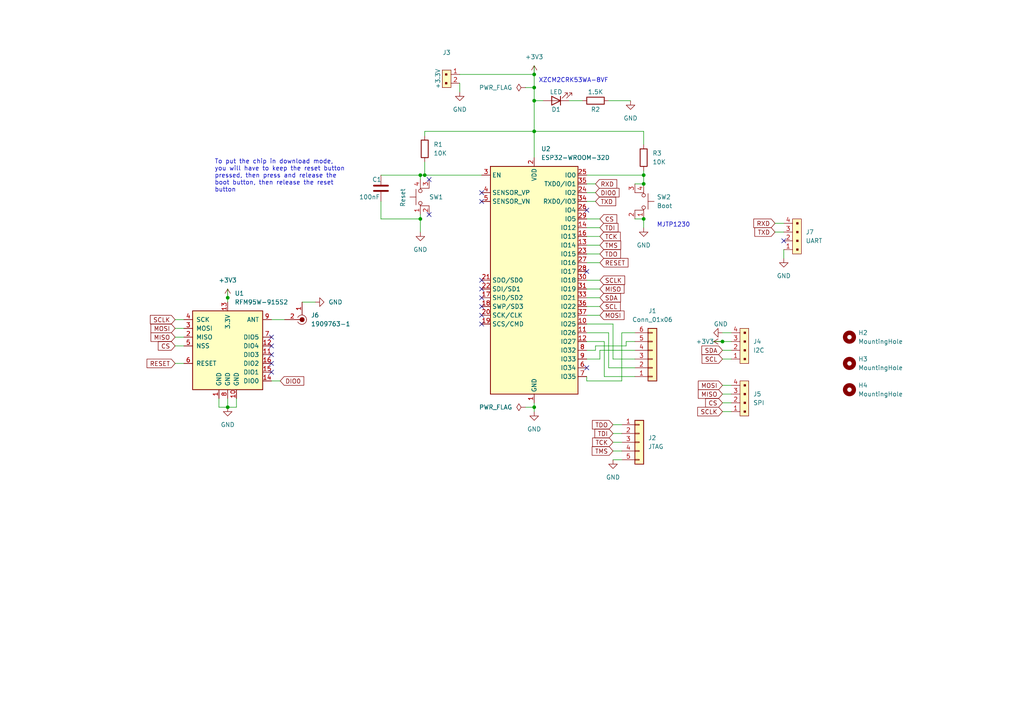
<source format=kicad_sch>
(kicad_sch (version 20211123) (generator eeschema)
  (paper "A4")
  (title_block (title "ESP32 Lora with RFM95W") (date "2022-02-14") (rev "1") (company "Eaglenest Pottery") (comment 4 "Muth Electronics"))
  (lib_symbols
    (symbol "Connector_Generic:Conn_01x05" (pin_names (offset 1.016) hide)
      (property "Reference" "J" (at 0 7.62 0))
      (property "Value" "Conn_01x05" (at 0 -7.62 0))
      (symbol "Conn_01x05_1_1"
        (rectangle (start -1.27 -4.953) (end 0 -5.207) (stroke (width 0.1524)))
        (rectangle (start -1.27 -2.413) (end 0 -2.667) (stroke (width 0.1524)))
        (rectangle (start -1.27 0.127) (end 0 -0.127) (stroke (width 0.1524)))
        (rectangle (start -1.27 2.667) (end 0 2.413) (stroke (width 0.1524)))
        (rectangle (start -1.27 5.207) (end 0 4.953) (stroke (width 0.1524)))
        (rectangle (start -1.27 6.35) (end 1.27 -6.35) (stroke (width 0.254)) (fill (type background)))
        (pin passive line (at -5.08 5.08 0) (length 3.81) (name "Pin_1") (number "1"))
        (pin passive line (at -5.08 2.54 0) (length 3.81) (name "Pin_2") (number "2"))
        (pin passive line (at -5.08 0 0) (length 3.81) (name "Pin_3") (number "3"))
        (pin passive line (at -5.08 -2.54 0) (length 3.81) (name "Pin_4") (number "4"))
        (pin passive line (at -5.08 -5.08 0) (length 3.81) (name "Pin_5") (number "5"))
      )
    )
    (symbol "Connector_Generic:Conn_01x06" (pin_names (offset 1.016) hide)
      (property "Reference" "J" (at 0 7.62 0))
      (property "Value" "Conn_01x06" (at 0 -10.16 0))
      (symbol "Conn_01x06_1_1"
        (rectangle (start -1.27 -7.493) (end 0 -7.747) (stroke (width 0.1524)))
        (rectangle (start -1.27 -4.953) (end 0 -5.207) (stroke (width 0.1524)))
        (rectangle (start -1.27 -2.413) (end 0 -2.667) (stroke (width 0.1524)))
        (rectangle (start -1.27 0.127) (end 0 -0.127) (stroke (width 0.1524)))
        (rectangle (start -1.27 2.667) (end 0 2.413) (stroke (width 0.1524)))
        (rectangle (start -1.27 5.207) (end 0 4.953) (stroke (width 0.1524)))
        (rectangle (start -1.27 6.35) (end 1.27 -8.89) (stroke (width 0.254)) (fill (type background)))
        (pin passive line (at -5.08 5.08 0) (length 3.81) (name "Pin_1") (number "1"))
        (pin passive line (at -5.08 2.54 0) (length 3.81) (name "Pin_2") (number "2"))
        (pin passive line (at -5.08 0 0) (length 3.81) (name "Pin_3") (number "3"))
        (pin passive line (at -5.08 -2.54 0) (length 3.81) (name "Pin_4") (number "4"))
        (pin passive line (at -5.08 -5.08 0) (length 3.81) (name "Pin_5") (number "5"))
        (pin passive line (at -5.08 -7.62 0) (length 3.81) (name "Pin_6") (number "6"))
      )
    )
    (symbol "Device:C" (pin_numbers hide) (pin_names (offset 0.254))
      (property "Reference" "C" (at 0.635 2.54 0))
      (property "Value" "C" (at 0.635 -2.54 0))
      (symbol "C_0_1"
        (polyline (pts (xy -2.032 -0.762) (xy 2.032 -0.762)) (stroke (width 0.508)))
        (polyline (pts (xy -2.032 0.762) (xy 2.032 0.762)) (stroke (width 0.508)))
      )
      (symbol "C_1_1"
        (pin passive line (at 0 3.81 270) (length 2.794) (name "~") (number "1"))
        (pin passive line (at 0 -3.81 90) (length 2.794) (name "~") (number "2"))
      )
    )
    (symbol "Device:LED" (pin_numbers hide) (pin_names (offset 1.016) hide)
      (property "Reference" "D" (at 0 2.54 0))
      (property "Value" "LED" (at 0 -2.54 0))
      (symbol "LED_0_1"
        (polyline (pts (xy -1.27 -1.27) (xy -1.27 1.27)) (stroke (width 0.254)))
        (polyline (pts (xy -1.27 0) (xy 1.27 0)))
        (polyline (pts (xy 1.27 -1.27) (xy 1.27 1.27) (xy -1.27 0) (xy 1.27 -1.27)) (stroke (width 0.254)))
        (polyline (pts (xy -3.048 -0.762) (xy -4.572 -2.286) (xy -3.81 -2.286) (xy -4.572 -2.286) (xy -4.572 -1.524)))
        (polyline (pts (xy -1.778 -0.762) (xy -3.302 -2.286) (xy -2.54 -2.286) (xy -3.302 -2.286) (xy -3.302 -1.524)))
      )
      (symbol "LED_1_1"
        (pin passive line (at -3.81 0 0) (length 2.54) (name "K") (number "1"))
        (pin passive line (at 3.81 0 180) (length 2.54) (name "A") (number "2"))
      )
    )
    (symbol "Device:R" (pin_numbers hide) (pin_names (offset 0))
      (property "Reference" "R" (at 2.032 0 90))
      (property "Value" "R" (at 0 0 90))
      (symbol "R_0_1"
        (rectangle (start -1.016 -2.54) (end 1.016 2.54) (stroke (width 0.254)))
      )
      (symbol "R_1_1"
        (pin passive line (at 0 3.81 270) (length 1.27) (name "~") (number "1"))
        (pin passive line (at 0 -3.81 90) (length 1.27) (name "~") (number "2"))
      )
    )
    (symbol "Mechanical:MountingHole" (pin_names (offset 1.016))
      (property "Reference" "H" (at 0 5.08 0))
      (property "Value" "MountingHole" (at 0 3.175 0))
      (symbol "MountingHole_0_1"
        (circle (center 0 0) (radius 1.27) (stroke (width 1.27)))
      )
    )
    (symbol "RF_Module:ESP32-WROOM-32D"
      (property "Reference" "U" (at -12.7 34.29 0))
      (property "Value" "ESP32-WROOM-32D" (at 1.27 34.29 0))
      (symbol "ESP32-WROOM-32D_0_1"
        (rectangle (start -12.7 33.02) (end 12.7 -33.02) (stroke (width 0.254)) (fill (type background)))
      )
      (symbol "ESP32-WROOM-32D_1_1"
        (pin power_in line (at 0 -35.56 90) (length 2.54) (name "GND") (number "1"))
        (pin bidirectional line (at 15.24 -12.7 180) (length 2.54) (name "IO25") (number "10"))
        (pin bidirectional line (at 15.24 -15.24 180) (length 2.54) (name "IO26") (number "11"))
        (pin bidirectional line (at 15.24 -17.78 180) (length 2.54) (name "IO27") (number "12"))
        (pin bidirectional line (at 15.24 10.16 180) (length 2.54) (name "IO14") (number "13"))
        (pin bidirectional line (at 15.24 15.24 180) (length 2.54) (name "IO12") (number "14"))
        (pin passive line (at 0 -35.56 90) (length 2.54) hide (name "GND") (number "15"))
        (pin bidirectional line (at 15.24 12.7 180) (length 2.54) (name "IO13") (number "16"))
        (pin bidirectional line (at -15.24 -5.08 0) (length 2.54) (name "SHD/SD2") (number "17"))
        (pin bidirectional line (at -15.24 -7.62 0) (length 2.54) (name "SWP/SD3") (number "18"))
        (pin bidirectional line (at -15.24 -12.7 0) (length 2.54) (name "SCS/CMD") (number "19"))
        (pin power_in line (at 0 35.56 270) (length 2.54) (name "VDD") (number "2"))
        (pin bidirectional line (at -15.24 -10.16 0) (length 2.54) (name "SCK/CLK") (number "20"))
        (pin bidirectional line (at -15.24 0 0) (length 2.54) (name "SDO/SD0") (number "21"))
        (pin bidirectional line (at -15.24 -2.54 0) (length 2.54) (name "SDI/SD1") (number "22"))
        (pin bidirectional line (at 15.24 7.62 180) (length 2.54) (name "IO15") (number "23"))
        (pin bidirectional line (at 15.24 25.4 180) (length 2.54) (name "IO2") (number "24"))
        (pin bidirectional line (at 15.24 30.48 180) (length 2.54) (name "IO0") (number "25"))
        (pin bidirectional line (at 15.24 20.32 180) (length 2.54) (name "IO4") (number "26"))
        (pin bidirectional line (at 15.24 5.08 180) (length 2.54) (name "IO16") (number "27"))
        (pin bidirectional line (at 15.24 2.54 180) (length 2.54) (name "IO17") (number "28"))
        (pin bidirectional line (at 15.24 17.78 180) (length 2.54) (name "IO5") (number "29"))
        (pin input line (at -15.24 30.48 0) (length 2.54) (name "EN") (number "3"))
        (pin bidirectional line (at 15.24 0 180) (length 2.54) (name "IO18") (number "30"))
        (pin bidirectional line (at 15.24 -2.54 180) (length 2.54) (name "IO19") (number "31"))
        (pin no_connect line (at -12.7 -27.94 0) (length 2.54) hide (name "NC") (number "32"))
        (pin bidirectional line (at 15.24 -5.08 180) (length 2.54) (name "IO21") (number "33"))
        (pin bidirectional line (at 15.24 22.86 180) (length 2.54) (name "RXD0/IO3") (number "34"))
        (pin bidirectional line (at 15.24 27.94 180) (length 2.54) (name "TXD0/IO1") (number "35"))
        (pin bidirectional line (at 15.24 -7.62 180) (length 2.54) (name "IO22") (number "36"))
        (pin bidirectional line (at 15.24 -10.16 180) (length 2.54) (name "IO23") (number "37"))
        (pin passive line (at 0 -35.56 90) (length 2.54) hide (name "GND") (number "38"))
        (pin passive line (at 0 -35.56 90) (length 2.54) hide (name "GND") (number "39"))
        (pin input line (at -15.24 25.4 0) (length 2.54) (name "SENSOR_VP") (number "4"))
        (pin input line (at -15.24 22.86 0) (length 2.54) (name "SENSOR_VN") (number "5"))
        (pin input line (at 15.24 -25.4 180) (length 2.54) (name "IO34") (number "6"))
        (pin input line (at 15.24 -27.94 180) (length 2.54) (name "IO35") (number "7"))
        (pin bidirectional line (at 15.24 -20.32 180) (length 2.54) (name "IO32") (number "8"))
        (pin bidirectional line (at 15.24 -22.86 180) (length 2.54) (name "IO33") (number "9"))
      )
    )
    (symbol "RF_Module:RFM95W-915S2" (pin_names (offset 1.016))
      (property "Reference" "U" (at -10.414 11.684 0))
      (property "Value" "RFM95W-915S2" (at 1.524 11.43 0))
      (symbol "RFM95W-915S2_0_1"
        (rectangle (start -10.16 10.16) (end 10.16 -12.7) (stroke (width 0.254)) (fill (type background)))
      )
      (symbol "RFM95W-915S2_1_1"
        (pin power_in line (at -2.54 -15.24 90) (length 2.54) (name "GND") (number "1"))
        (pin power_in line (at 2.54 -15.24 90) (length 2.54) (name "GND") (number "10"))
        (pin bidirectional line (at 12.7 -2.54 180) (length 2.54) (name "DIO3") (number "11"))
        (pin bidirectional line (at 12.7 0 180) (length 2.54) (name "DIO4") (number "12"))
        (pin power_in line (at 0 12.7 270) (length 2.54) (name "3.3V") (number "13"))
        (pin bidirectional line (at 12.7 -10.16 180) (length 2.54) (name "DIO0") (number "14"))
        (pin bidirectional line (at 12.7 -7.62 180) (length 2.54) (name "DIO1") (number "15"))
        (pin bidirectional line (at 12.7 -5.08 180) (length 2.54) (name "DIO2") (number "16"))
        (pin output line (at -12.7 2.54 0) (length 2.54) (name "MISO") (number "2"))
        (pin input line (at -12.7 5.08 0) (length 2.54) (name "MOSI") (number "3"))
        (pin input line (at -12.7 7.62 0) (length 2.54) (name "SCK") (number "4"))
        (pin input line (at -12.7 0 0) (length 2.54) (name "NSS") (number "5"))
        (pin bidirectional line (at -12.7 -5.08 0) (length 2.54) (name "RESET") (number "6"))
        (pin bidirectional line (at 12.7 2.54 180) (length 2.54) (name "DIO5") (number "7"))
        (pin power_in line (at 0 -15.24 90) (length 2.54) (name "GND") (number "8"))
        (pin bidirectional line (at 12.7 7.62 180) (length 2.54) (name "ANT") (number "9"))
      )
    )
    (symbol "Switch:SW_MEC_5E" (pin_names (offset 1.016) hide)
      (property "Reference" "SW" (at 0.635 5.715 0))
      (property "Value" "SW_MEC_5E" (at 0 -3.175 0))
      (symbol "SW_MEC_5E_0_1"
        (circle (center -1.778 2.54) (radius 0.508))
        (polyline (pts (xy -2.286 3.81) (xy 2.286 3.81)))
        (polyline (pts (xy 0 3.81) (xy 0 5.588)))
        (polyline (pts (xy -2.54 0) (xy -2.54 2.54) (xy -2.286 2.54)))
        (polyline (pts (xy 2.54 0) (xy 2.54 2.54) (xy 2.286 2.54)))
        (circle (center 1.778 2.54) (radius 0.508))
        (pin passive line (at -5.08 2.54 0) (length 2.54) (name "1") (number "1"))
        (pin passive line (at -5.08 0 0) (length 2.54) (name "2") (number "2"))
        (pin passive line (at 5.08 0 180) (length 2.54) (name "K") (number "3"))
        (pin passive line (at 5.08 2.54 180) (length 2.54) (name "A") (number "4"))
      )
    )
    (symbol "dk_Coaxial-Connectors-RF:1909763-1" (pin_names (offset 1.016))
      (property "Reference" "J" (at -1.27 1.27 0))
      (property "Value" "1909763-1" (at 1.27 -2.54 0))
      (symbol "1909763-1_1_1"
        (arc (start -1.27 0) (mid -0.2487 -1.3123) (end 1.27 -0.635))
        (circle (center 0 0) (radius 0.635) (fill (type outline)))
        (arc (start 1.27 0.635) (mid -0.2518 1.325) (end -1.27 0))
        (pin passive line (at 0 -5.08 90) (length 3.683) (name "~") (number "1"))
        (pin passive line (at 5.08 0 180) (length 4.445) (name "~") (number "2"))
      )
    )
    (symbol "dk_Rectangular-Connectors-Headers-Male-Pins:B2B-PH-K-S_LF__SN_" (pin_names (offset 1.016))
      (property "Reference" "J" (at -2.54 1.27 0))
      (property "Value" "B2B-PH-K-S_LF__SN_" (at 1.27 -3.81 0))
      (symbol "B2B-PH-K-S_LF__SN__1_1"
        (rectangle (start -1.27 0) (end 3.81 -2.54) (fill (type background)))
        (rectangle (start -0.254 -1.143) (end 0.254 -1.651) (fill (type outline)))
        (rectangle (start 2.286 -1.143) (end 2.794 -1.651) (fill (type outline)))
        (pin passive line (at 0 2.54 270) (length 2.54) (name "~") (number "1"))
        (pin passive line (at 2.54 2.54 270) (length 2.54) (name "~") (number "2"))
      )
    )
    (symbol "dk_Rectangular-Connectors-Headers-Male-Pins:B4B-PH-K-S_LF__SN_" (pin_names (offset 1.016))
      (property "Reference" "J" (at -2.54 -1.27 0))
      (property "Value" "B4B-PH-K-S_LF__SN_" (at 3.81 -3.81 0))
      (symbol "B4B-PH-K-S_LF__SN__1_1"
        (rectangle (start -1.27 0) (end 8.89 -2.54) (fill (type background)))
        (rectangle (start -0.254 -1.143) (end 0.254 -1.651) (fill (type outline)))
        (rectangle (start 2.286 -1.143) (end 2.794 -1.651) (fill (type outline)))
        (rectangle (start 4.826 -1.143) (end 5.334 -1.651) (fill (type outline)))
        (rectangle (start 7.366 -1.143) (end 7.874 -1.651) (fill (type outline)))
        (pin passive line (at 0 2.54 270) (length 2.54) (name "~") (number "1"))
        (pin passive line (at 2.54 2.54 270) (length 2.54) (name "~") (number "2"))
        (pin passive line (at 5.08 2.54 270) (length 2.54) (name "~") (number "3"))
        (pin passive line (at 7.62 2.54 270) (length 2.54) (name "~") (number "4"))
      )
    )
    (symbol "power:+3.3V" (power) (pin_names (offset 0))
      (property "Value" "+3.3V" (at 0 3.556 0))
      (symbol "+3.3V_0_1"
        (polyline (pts (xy -0.762 1.27) (xy 0 2.54)))
        (polyline (pts (xy 0 0) (xy 0 2.54)))
        (polyline (pts (xy 0 2.54) (xy 0.762 1.27)))
      )
      (symbol "+3.3V_1_1"
        (pin power_in line (at 0 0 90) (length 0) hide (name "+3V3") (number "1"))
      )
    )
    (symbol "power:GND" (power) (pin_names (offset 0))
      (property "Value" "GND" (at 0 -3.81 0))
      (symbol "GND_0_1"
        (polyline (pts (xy 0 0) (xy 0 -1.27) (xy 1.27 -1.27) (xy 0 -2.54) (xy -1.27 -1.27) (xy 0 -1.27)))
      )
      (symbol "GND_1_1"
        (pin power_in line (at 0 0 270) (length 0) hide (name "GND") (number "1"))
      )
    )
    (symbol "power:PWR_FLAG" (power) (pin_numbers hide) (pin_names (offset 0) hide)
      (property "Value" "PWR_FLAG" (at 0 3.81 0))
      (symbol "PWR_FLAG_0_0"
        (pin power_out line (at 0 0 90) (length 0) (name "pwr") (number "1"))
      )
      (symbol "PWR_FLAG_0_1"
        (polyline (pts (xy 0 0) (xy 0 1.27) (xy -1.016 1.905) (xy 0 2.54) (xy 1.016 1.905) (xy 0 1.27)))
      )
    )
  )
  (junction (at 66.04 86.36))
  (junction (at 154.94 25.4))
  (junction (at 66.04 118.11))
  (junction (at 154.94 118.11))
  (junction (at 209.55 99.06))
  (junction (at 154.94 21.59))
  (junction (at 186.69 53.34))
  (junction (at 154.94 38.1))
  (junction (at 186.69 50.8))
  (junction (at 123.19 50.8))
  (junction (at 121.92 50.8))
  (junction (at 154.94 29.21))
  (junction (at 186.69 63.5))
  (junction (at 121.92 63.5))
  (no_connect (at 139.7 55.88))
  (no_connect (at 139.7 58.42))
  (no_connect (at 170.18 60.96))
  (no_connect (at 170.18 106.68))
  (no_connect (at 170.18 78.74))
  (no_connect (at 139.7 81.28))
  (no_connect (at 139.7 83.82))
  (no_connect (at 139.7 86.36))
  (no_connect (at 139.7 88.9))
  (no_connect (at 139.7 91.44))
  (no_connect (at 139.7 93.98))
  (no_connect (at 78.74 97.79))
  (no_connect (at 78.74 100.33))
  (no_connect (at 78.74 102.87))
  (no_connect (at 78.74 105.41))
  (no_connect (at 78.74 107.95))
  (no_connect (at 227.33 69.85))
  (no_connect (at 124.46 62.23))
  (no_connect (at 124.46 52.07))
  (wire (pts (xy 181.61 99.06) (xy 181.61 100.33)))
  (wire (pts (xy 175.26 109.22) (xy 175.26 99.06)))
  (wire (pts (xy 110.49 50.8) (xy 121.92 50.8)))
  (wire (pts (xy 66.04 86.36) (xy 66.04 87.63)))
  (wire (pts (xy 50.8 97.79) (xy 53.34 97.79)))
  (wire (pts (xy 184.15 63.5) (xy 186.69 63.5)))
  (wire (pts (xy 133.35 21.59) (xy 154.94 21.59)))
  (wire (pts (xy 173.99 101.6) (xy 173.99 104.14)))
  (wire (pts (xy 68.58 115.57) (xy 68.58 118.11)))
  (wire (pts (xy 170.18 91.44) (xy 173.99 91.44)))
  (wire (pts (xy 87.63 87.63) (xy 91.44 87.63)))
  (wire (pts (xy 224.79 67.31) (xy 227.33 67.31)))
  (wire (pts (xy 184.15 96.52) (xy 180.34 96.52)))
  (wire (pts (xy 121.92 62.23) (xy 121.92 63.5)))
  (wire (pts (xy 68.58 118.11) (xy 66.04 118.11)))
  (wire (pts (xy 180.34 96.52) (xy 180.34 110.49)))
  (wire (pts (xy 165.1 29.21) (xy 168.91 29.21)))
  (wire (pts (xy 177.8 128.27) (xy 180.34 128.27)))
  (wire (pts (xy 110.49 58.42) (xy 110.49 63.5)))
  (wire (pts (xy 154.94 116.84) (xy 154.94 118.11)))
  (wire (pts (xy 224.79 64.77) (xy 227.33 64.77)))
  (wire (pts (xy 154.94 29.21) (xy 157.48 29.21)))
  (wire (pts (xy 170.18 71.12) (xy 173.99 71.12)))
  (wire (pts (xy 170.18 93.98) (xy 177.8 93.98)))
  (wire (pts (xy 172.72 100.33) (xy 172.72 101.6)))
  (wire (pts (xy 227.33 72.39) (xy 227.33 74.93)))
  (wire (pts (xy 184.15 104.14) (xy 177.8 104.14)))
  (wire (pts (xy 170.18 110.49) (xy 170.18 109.22)))
  (wire (pts (xy 121.92 63.5) (xy 121.92 67.31)))
  (wire (pts (xy 186.69 63.5) (xy 186.69 66.04)))
  (wire (pts (xy 209.55 111.76) (xy 212.09 111.76)))
  (wire (pts (xy 177.8 130.81) (xy 180.34 130.81)))
  (wire (pts (xy 209.55 99.06) (xy 212.09 99.06)))
  (wire (pts (xy 209.55 101.6) (xy 212.09 101.6)))
  (wire (pts (xy 170.18 73.66) (xy 173.99 73.66)))
  (wire (pts (xy 170.18 58.42) (xy 172.72 58.42)))
  (wire (pts (xy 170.18 50.8) (xy 186.69 50.8)))
  (wire (pts (xy 209.55 114.3) (xy 212.09 114.3)))
  (wire (pts (xy 123.19 38.1) (xy 123.19 39.37)))
  (wire (pts (xy 209.55 96.52) (xy 212.09 96.52)))
  (wire (pts (xy 154.94 19.05) (xy 154.94 21.59)))
  (wire (pts (xy 50.8 95.25) (xy 53.34 95.25)))
  (wire (pts (xy 121.92 50.8) (xy 121.92 52.07)))
  (wire (pts (xy 209.55 116.84) (xy 212.09 116.84)))
  (wire (pts (xy 184.15 101.6) (xy 173.99 101.6)))
  (wire (pts (xy 186.69 49.53) (xy 186.69 50.8)))
  (wire (pts (xy 154.94 29.21) (xy 154.94 38.1)))
  (wire (pts (xy 184.15 109.22) (xy 175.26 109.22)))
  (wire (pts (xy 170.18 53.34) (xy 172.72 53.34)))
  (wire (pts (xy 170.18 81.28) (xy 173.99 81.28)))
  (wire (pts (xy 186.69 50.8) (xy 186.69 53.34)))
  (wire (pts (xy 78.74 92.71) (xy 82.55 92.71)))
  (wire (pts (xy 176.53 106.68) (xy 176.53 96.52)))
  (wire (pts (xy 50.8 92.71) (xy 53.34 92.71)))
  (wire (pts (xy 66.04 115.57) (xy 66.04 118.11)))
  (wire (pts (xy 170.18 63.5) (xy 173.99 63.5)))
  (wire (pts (xy 63.5 115.57) (xy 63.5 118.11)))
  (wire (pts (xy 110.49 63.5) (xy 121.92 63.5)))
  (wire (pts (xy 50.8 100.33) (xy 53.34 100.33)))
  (wire (pts (xy 177.8 104.14) (xy 177.8 93.98)))
  (wire (pts (xy 170.18 83.82) (xy 173.99 83.82)))
  (wire (pts (xy 172.72 101.6) (xy 170.18 101.6)))
  (wire (pts (xy 176.53 96.52) (xy 170.18 96.52)))
  (wire (pts (xy 154.94 25.4) (xy 154.94 29.21)))
  (wire (pts (xy 123.19 38.1) (xy 154.94 38.1)))
  (wire (pts (xy 123.19 50.8) (xy 139.7 50.8)))
  (wire (pts (xy 152.4 118.11) (xy 154.94 118.11)))
  (wire (pts (xy 170.18 76.2) (xy 173.99 76.2)))
  (wire (pts (xy 170.18 68.58) (xy 173.99 68.58)))
  (wire (pts (xy 177.8 133.35) (xy 180.34 133.35)))
  (wire (pts (xy 170.18 88.9) (xy 173.99 88.9)))
  (wire (pts (xy 170.18 86.36) (xy 173.99 86.36)))
  (wire (pts (xy 66.04 83.82) (xy 66.04 86.36)))
  (wire (pts (xy 184.15 53.34) (xy 186.69 53.34)))
  (wire (pts (xy 152.4 25.4) (xy 154.94 25.4)))
  (wire (pts (xy 177.8 123.19) (xy 180.34 123.19)))
  (wire (pts (xy 78.74 110.49) (xy 81.28 110.49)))
  (wire (pts (xy 123.19 46.99) (xy 123.19 50.8)))
  (wire (pts (xy 173.99 104.14) (xy 170.18 104.14)))
  (wire (pts (xy 50.8 105.41) (xy 53.34 105.41)))
  (wire (pts (xy 186.69 38.1) (xy 186.69 41.91)))
  (wire (pts (xy 133.35 24.13) (xy 133.35 26.67)))
  (wire (pts (xy 170.18 66.04) (xy 173.99 66.04)))
  (wire (pts (xy 121.92 50.8) (xy 123.19 50.8)))
  (wire (pts (xy 154.94 118.11) (xy 154.94 119.38)))
  (wire (pts (xy 177.8 125.73) (xy 180.34 125.73)))
  (wire (pts (xy 63.5 118.11) (xy 66.04 118.11)))
  (wire (pts (xy 180.34 110.49) (xy 170.18 110.49)))
  (wire (pts (xy 207.01 99.06) (xy 209.55 99.06)))
  (wire (pts (xy 154.94 38.1) (xy 154.94 45.72)))
  (wire (pts (xy 209.55 104.14) (xy 212.09 104.14)))
  (wire (pts (xy 176.53 29.21) (xy 182.88 29.21)))
  (wire (pts (xy 184.15 99.06) (xy 181.61 99.06)))
  (wire (pts (xy 175.26 99.06) (xy 170.18 99.06)))
  (wire (pts (xy 154.94 21.59) (xy 154.94 25.4)))
  (wire (pts (xy 154.94 38.1) (xy 186.69 38.1)))
  (wire (pts (xy 184.15 106.68) (xy 176.53 106.68)))
  (wire (pts (xy 181.61 100.33) (xy 172.72 100.33)))
  (wire (pts (xy 170.18 55.88) (xy 172.72 55.88)))
  (wire (pts (xy 209.55 119.38) (xy 212.09 119.38)))
  (text "XZCM2CRK53WA-8VF" (at 156.21 24.13 0) (effects (font (size 1.27 1.27)) (justify left bottom)))
  (text "MJTP1230" (at 190.5 66.04 0) (effects (font (size 1.27 1.27)) (justify left bottom)))
  (text "To put the chip in download mode,\nyou will have to keep the reset button \npressed, then press and release the\nboot button, then release the reset\nbutton" (at 62.23 55.88 0) (effects (font (size 1.27 1.27)) (justify left bottom)))
  (global_label "TCK" (shape input) (at 173.99 68.58 0) (property "Intersheet References" "${INTERSHEET_REFS}" (effects hide)))
  (global_label "TXD" (shape input) (at 224.79 67.31 180) (property "Intersheet References" "${INTERSHEET_REFS}" (effects hide)))
  (global_label "CS" (shape input) (at 173.99 63.5 0) (property "Intersheet References" "${INTERSHEET_REFS}" (effects hide)))
  (global_label "SCL" (shape input) (at 209.55 104.14 180) (property "Intersheet References" "${INTERSHEET_REFS}" (effects hide)))
  (global_label "SCL" (shape input) (at 173.99 88.9 0) (property "Intersheet References" "${INTERSHEET_REFS}" (effects hide)))
  (global_label "MISO" (shape input) (at 173.99 83.82 0) (property "Intersheet References" "${INTERSHEET_REFS}" (effects hide)))
  (global_label "TDO" (shape input) (at 177.8 123.19 180) (property "Intersheet References" "${INTERSHEET_REFS}" (effects hide)))
  (global_label "MOSI" (shape input) (at 50.8 95.25 180) (property "Intersheet References" "${INTERSHEET_REFS}" (effects hide)))
  (global_label "SDA" (shape input) (at 209.55 101.6 180) (property "Intersheet References" "${INTERSHEET_REFS}" (effects hide)))
  (global_label "MISO" (shape input) (at 209.55 114.3 180) (property "Intersheet References" "${INTERSHEET_REFS}" (effects hide)))
  (global_label "TDO" (shape input) (at 173.99 73.66 0) (property "Intersheet References" "${INTERSHEET_REFS}" (effects hide)))
  (global_label "MOSI" (shape input) (at 173.99 91.44 0) (property "Intersheet References" "${INTERSHEET_REFS}" (effects hide)))
  (global_label "TMS" (shape input) (at 177.8 130.81 180) (property "Intersheet References" "${INTERSHEET_REFS}" (effects hide)))
  (global_label "CS" (shape input) (at 50.8 100.33 180) (property "Intersheet References" "${INTERSHEET_REFS}" (effects hide)))
  (global_label "CS" (shape input) (at 209.55 116.84 180) (property "Intersheet References" "${INTERSHEET_REFS}" (effects hide)))
  (global_label "RESET" (shape input) (at 173.99 76.2 0) (property "Intersheet References" "${INTERSHEET_REFS}" (effects hide)))
  (global_label "RESET" (shape input) (at 50.8 105.41 180) (property "Intersheet References" "${INTERSHEET_REFS}" (effects hide)))
  (global_label "TDI" (shape input) (at 177.8 125.73 180) (property "Intersheet References" "${INTERSHEET_REFS}" (effects hide)))
  (global_label "TCK" (shape input) (at 177.8 128.27 180) (property "Intersheet References" "${INTERSHEET_REFS}" (effects hide)))
  (global_label "MISO" (shape input) (at 50.8 97.79 180) (property "Intersheet References" "${INTERSHEET_REFS}" (effects hide)))
  (global_label "TDI" (shape input) (at 173.99 66.04 0) (property "Intersheet References" "${INTERSHEET_REFS}" (effects hide)))
  (global_label "SCLK" (shape input) (at 50.8 92.71 180) (property "Intersheet References" "${INTERSHEET_REFS}" (effects hide)))
  (global_label "DIO0" (shape input) (at 172.72 55.88 0) (property "Intersheet References" "${INTERSHEET_REFS}" (effects hide)))
  (global_label "TXD" (shape input) (at 172.72 58.42 0) (property "Intersheet References" "${INTERSHEET_REFS}" (effects hide)))
  (global_label "TMS" (shape input) (at 173.99 71.12 0) (property "Intersheet References" "${INTERSHEET_REFS}" (effects hide)))
  (global_label "MOSI" (shape input) (at 209.55 111.76 180) (property "Intersheet References" "${INTERSHEET_REFS}" (effects hide)))
  (global_label "DIO0" (shape input) (at 81.28 110.49 0) (property "Intersheet References" "${INTERSHEET_REFS}" (effects hide)))
  (global_label "RXD" (shape input) (at 224.79 64.77 180) (property "Intersheet References" "${INTERSHEET_REFS}" (effects hide)))
  (global_label "SCLK" (shape input) (at 173.99 81.28 0) (property "Intersheet References" "${INTERSHEET_REFS}" (effects hide)))
  (global_label "SCLK" (shape input) (at 209.55 119.38 180) (property "Intersheet References" "${INTERSHEET_REFS}" (effects hide)))
  (global_label "RXD" (shape input) (at 172.72 53.34 0) (property "Intersheet References" "${INTERSHEET_REFS}" (effects hide)))
  (global_label "SDA" (shape input) (at 173.99 86.36 0) (property "Intersheet References" "${INTERSHEET_REFS}" (effects hide)))
  (symbol (lib_id "power:GND") (at 66.04 118.11 0) (unit 1)
    (property "Reference" "#PWR02" (effects hide))
    (property "Value" "GND" (at 66.04 123.19 0))
  )
  (symbol (lib_id "power:GND") (at 227.33 74.93 0) (unit 1)
    (property "Reference" "#PWR011" (effects hide))
    (property "Value" "GND" (at 227.33 80.01 0))
  )
  (symbol (lib_id "Mechanical:MountingHole") (at 246.38 105.41 0) (unit 1)
    (property "Reference" "H3" (at 248.92 104.1399 0) (effects (justify left)))
    (property "Value" "MountingHole" (at 248.92 106.6799 0) (effects (justify left)))
    (property "Footprint" "MountingHole:MountingHole_2.2mm_M2" (effects hide))
  )
  (symbol (lib_id "power:+3.3V") (at 66.04 86.36 0) (unit 1)
    (property "Reference" "#PWR01" (effects hide))
    (property "Value" "+3.3V" (at 66.04 81.28 0))
  )
  (symbol (lib_id "dk_Rectangular-Connectors-Headers-Male-Pins:B4B-PH-K-S_LF__SN_") (at 214.63 119.38 90) (unit 1)
    (property "Reference" "J5" (at 218.44 114.2999 90) (effects (justify right)))
    (property "Value" "SPI" (at 218.44 116.8399 90) (effects (justify right)))
    (property "Footprint" "digikey-footprints:PinHeader_1x4_P2mm_Drill1mm" (effects hide))
    (property "Datasheet" "http://www.jst-mfg.com/product/pdf/eng/ePH.pdf" (effects hide))
    (property "Digi-Key_PN" "455-1706-ND" (effects hide))
    (property "MPN" "B4B-PH-K-S(LF)(SN)" (effects hide))
    (property "Category" "Connectors, Interconnects" (effects hide))
    (property "Family" "Rectangular Connectors - Headers, Male Pins" (effects hide))
    (property "DK_Datasheet_Link" "http://www.jst-mfg.com/product/pdf/eng/ePH.pdf" (effects hide))
    (property "DK_Detail_Page" "/product-detail/en/jst-sales-america-inc/B4B-PH-K-S(LF)(SN)/455-1706-ND/926613" (effects hide))
    (property "Description" "CONN HEADER VERT 4POS 2MM" (effects hide))
    (property "Manufacturer" "JST Sales America Inc." (effects hide))
    (property "Status" "Active" (effects hide))
  )
  (symbol (lib_id "dk_Rectangular-Connectors-Headers-Male-Pins:B2B-PH-K-S_LF__SN_") (at 130.81 21.59 270) (unit 1)
    (property "Reference" "J3" (at 129.54 15.24 90))
    (property "Value" "+3.3V" (at 127 22.86 0))
    (property "Footprint" "digikey-footprints:PinHeader_1x2_P2mm_Drill1mm" (effects hide))
    (property "Datasheet" "http://www.jst-mfg.com/product/pdf/eng/ePH.pdf" (effects hide))
    (property "Digi-Key_PN" "455-1704-ND" (effects hide))
    (property "MPN" "B2B-PH-K-S(LF)(SN)" (effects hide))
    (property "Category" "Connectors, Interconnects" (effects hide))
    (property "Family" "Rectangular Connectors - Headers, Male Pins" (effects hide))
    (property "DK_Datasheet_Link" "http://www.jst-mfg.com/product/pdf/eng/ePH.pdf" (effects hide))
    (property "DK_Detail_Page" "/product-detail/en/jst-sales-america-inc/B2B-PH-K-S(LF)(SN)/455-1704-ND/926611" (effects hide))
    (property "Description" "CONN HEADER VERT 2POS 2MM" (effects hide))
    (property "Manufacturer" "JST Sales America Inc." (effects hide))
    (property "Status" "Active" (effects hide))
  )
  (symbol (lib_id "Device:C") (at 110.49 54.61 0) (unit 1)
    (property "Reference" "C1" (at 107.95 52.07 0) (effects (justify left)))
    (property "Value" "100nF" (at 104.14 57.15 0) (effects (justify left)))
    (property "Footprint" "Capacitor_SMD:C_0805_2012Metric_Pad1.18x1.45mm_HandSolder" (effects hide))
  )
  (symbol (lib_id "dk_Coaxial-Connectors-RF:1909763-1") (at 87.63 92.71 180) (unit 1)
    (property "Reference" "J6" (at 90.17 91.4243 0) (effects (justify right)))
    (property "Value" "1909763-1" (at 90.17 93.9643 0) (effects (justify right)))
    (property "Footprint" "digikey:Coax_Conn_U.FL" (effects hide))
    (property "Datasheet" "https://www.te.com/commerce/DocumentDelivery/DDEController?Action=srchrtrv&DocNm=1909763&DocType=Customer+Drawing&DocLang=English" (effects hide))
    (property "Digi-Key_PN" "A118077CT-ND" (effects hide))
    (property "MPN" "1909763-1" (effects hide))
    (property "Category" "Connectors, Interconnects" (effects hide))
    (property "Family" "Coaxial Connectors (RF)" (effects hide))
    (property "DK_Datasheet_Link" "https://www.te.com/commerce/DocumentDelivery/DDEController?Action=srchrtrv&DocNm=1909763&DocType=Customer+Drawing&DocLang=English" (effects hide))
    (property "DK_Detail_Page" "/product-detail/en/te-connectivity-amp-connectors/1909763-1/A118077CT-ND/4729711" (effects hide))
    (property "Description" "CONN UMCC JACK STR 50OHM SMD" (effects hide))
    (property "Manufacturer" "TE Connectivity AMP Connectors" (effects hide))
    (property "Status" "Active" (effects hide))
  )
  (symbol (lib_id "power:PWR_FLAG") (at 152.4 25.4 90) (unit 1)
    (property "Reference" "#FLG0101" (effects hide))
    (property "Value" "PWR_FLAG" (at 148.59 25.3999 90) (effects (justify left)))
  )
  (symbol (lib_id "Device:R") (at 123.19 43.18 180) (unit 1)
    (property "Reference" "R1" (at 125.73 41.9099 0) (effects (justify right)))
    (property "Value" "10K" (at 125.73 44.4499 0) (effects (justify right)))
    (property "Footprint" "Resistor_SMD:R_0805_2012Metric_Pad1.20x1.40mm_HandSolder" (effects hide))
  )
  (symbol (lib_id "power:GND") (at 186.69 66.04 0) (unit 1)
    (property "Reference" "#PWR08" (effects hide))
    (property "Value" "GND" (at 186.69 71.12 0))
  )
  (symbol (lib_id "RF_Module:ESP32-WROOM-32D") (at 154.94 81.28 0) (unit 1)
    (property "Reference" "U2" (at 156.9594 43.18 0) (effects (justify left)))
    (property "Value" "ESP32-WROOM-32D" (at 156.9594 45.72 0) (effects (justify left)))
    (property "Footprint" "RF_Module:ESP32-WROOM-32" (effects hide))
    (property "Datasheet" "https://www.espressif.com/sites/default/files/documentation/esp32-wroom-32d_esp32-wroom-32u_datasheet_en.pdf" (effects hide))
  )
  (symbol (lib_id "Switch:SW_MEC_5E") (at 184.15 58.42 270) (mirror x) (unit 1)
    (property "Reference" "SW2" (at 190.5 57.1499 90) (effects (justify left)))
    (property "Value" "Boot" (at 190.5 59.6899 90) (effects (justify left)))
    (property "Footprint" "BMuth:SW_PUSH_6.5mm_4.5mm" (effects hide))
    (property "Datasheet" "http://www.apem.com/int/index.php?controller=attachment&id_attachment=1371" (effects hide))
  )
  (symbol (lib_id "power:GND") (at 177.8 133.35 0) (unit 1)
    (property "Reference" "#PWR06" (effects hide))
    (property "Value" "GND" (at 177.8 138.43 0))
  )
  (symbol (lib_id "power:GND") (at 91.44 87.63 90) (unit 1)
    (property "Reference" "#PWR0101" (effects hide))
    (property "Value" "GND" (at 95.25 87.6299 90) (effects (justify right)))
  )
  (symbol (lib_id "power:GND") (at 121.92 67.31 0) (unit 1)
    (property "Reference" "#PWR03" (effects hide))
    (property "Value" "GND" (at 121.92 72.39 0))
  )
  (symbol (lib_id "Switch:SW_MEC_5E") (at 124.46 57.15 90) (unit 1)
    (property "Reference" "SW1" (at 124.46 57.15 90) (effects (justify right)))
    (property "Value" "Reset" (at 116.84 54.61 0) (effects (justify right)))
    (property "Footprint" "BMuth:SW_PUSH_6.5mm_4.5mm" (effects hide))
    (property "Datasheet" "http://www.apem.com/int/index.php?controller=attachment&id_attachment=1371" (effects hide))
  )
  (symbol (lib_id "power:+3.3V") (at 154.94 21.59 0) (unit 1)
    (property "Reference" "#PWR04" (effects hide))
    (property "Value" "+3.3V" (at 154.94 16.51 0))
  )
  (symbol (lib_id "power:GND") (at 154.94 119.38 0) (unit 1)
    (property "Reference" "#PWR05" (effects hide))
    (property "Value" "GND" (at 154.94 124.46 0))
  )
  (symbol (lib_id "power:GND") (at 182.88 29.21 0) (unit 1)
    (property "Reference" "#PWR07" (effects hide))
    (property "Value" "GND" (at 182.88 34.29 0))
  )
  (symbol (lib_id "Mechanical:MountingHole") (at 246.38 97.79 0) (unit 1)
    (property "Reference" "H2" (at 248.92 96.5199 0) (effects (justify left)))
    (property "Value" "MountingHole" (at 248.92 99.0599 0) (effects (justify left)))
    (property "Footprint" "MountingHole:MountingHole_2.2mm_M2" (effects hide))
  )
  (symbol (lib_id "power:PWR_FLAG") (at 152.4 118.11 90) (unit 1)
    (property "Reference" "#FLG0102" (effects hide))
    (property "Value" "PWR_FLAG" (at 148.59 118.1099 90) (effects (justify left)))
  )
  (symbol (lib_id "Device:R") (at 172.72 29.21 90) (unit 1)
    (property "Reference" "R2" (at 172.72 31.75 90))
    (property "Value" "1.5K" (at 172.72 26.67 90))
    (property "Footprint" "Resistor_SMD:R_0805_2012Metric_Pad1.20x1.40mm_HandSolder" (effects hide))
  )
  (symbol (lib_id "Device:R") (at 186.69 45.72 0) (unit 1)
    (property "Reference" "R3" (at 189.23 44.4499 0) (effects (justify left)))
    (property "Value" "10K" (at 189.23 46.9899 0) (effects (justify left)))
    (property "Footprint" "Resistor_SMD:R_0805_2012Metric_Pad1.20x1.40mm_HandSolder" (effects hide))
  )
  (symbol (lib_id "dk_Rectangular-Connectors-Headers-Male-Pins:B4B-PH-K-S_LF__SN_") (at 214.63 104.14 90) (unit 1)
    (property "Reference" "J4" (at 218.44 99.0599 90) (effects (justify right)))
    (property "Value" "I2C" (at 218.44 101.5999 90) (effects (justify right)))
    (property "Footprint" "digikey-footprints:PinHeader_1x4_P2mm_Drill1mm" (effects hide))
    (property "Datasheet" "http://www.jst-mfg.com/product/pdf/eng/ePH.pdf" (effects hide))
    (property "Digi-Key_PN" "455-1706-ND" (effects hide))
    (property "MPN" "B4B-PH-K-S(LF)(SN)" (effects hide))
    (property "Category" "Connectors, Interconnects" (effects hide))
    (property "Family" "Rectangular Connectors - Headers, Male Pins" (effects hide))
    (property "DK_Datasheet_Link" "http://www.jst-mfg.com/product/pdf/eng/ePH.pdf" (effects hide))
    (property "DK_Detail_Page" "/product-detail/en/jst-sales-america-inc/B4B-PH-K-S(LF)(SN)/455-1706-ND/926613" (effects hide))
    (property "Description" "CONN HEADER VERT 4POS 2MM" (effects hide))
    (property "Manufacturer" "JST Sales America Inc." (effects hide))
    (property "Status" "Active" (effects hide))
  )
  (symbol (lib_id "Connector_Generic:Conn_01x06") (at 189.23 104.14 0) (mirror x) (unit 1)
    (property "Reference" "J1" (at 189.23 90.17 0))
    (property "Value" "Conn_01x06" (at 189.23 92.71 0))
    (property "Footprint" "Connector_PinHeader_2.54mm:PinHeader_1x06_P2.54mm_Vertical" (effects hide))
  )
  (symbol (lib_id "power:+3.3V") (at 209.55 99.06 90) (unit 1)
    (property "Reference" "#PWR010" (effects hide))
    (property "Value" "+3.3V" (at 204.47 99.06 90))
  )
  (symbol (lib_id "power:GND") (at 133.35 26.67 0) (unit 1)
    (property "Reference" "#PWR0102" (effects hide))
    (property "Value" "GND" (at 133.35 31.75 0))
  )
  (symbol (lib_id "Device:LED") (at 161.29 29.21 180) (unit 1)
    (property "Reference" "D1" (at 161.29 31.75 0))
    (property "Value" "LED " (at 161.29 26.67 0))
    (property "Footprint" "BMuth:LED XZCM2CRK53WA" (effects hide))
  )
  (symbol (lib_id "power:GND") (at 209.55 96.52 270) (unit 1)
    (property "Reference" "#PWR09" (effects hide))
    (property "Value" "GND" (at 207.01 93.98 90) (effects (justify left)))
  )
  (symbol (lib_id "Mechanical:MountingHole") (at 246.38 113.03 0) (unit 1)
    (property "Reference" "H4" (at 248.92 111.7599 0) (effects (justify left)))
    (property "Value" "MountingHole" (at 248.92 114.2999 0) (effects (justify left)))
    (property "Footprint" "MountingHole:MountingHole_2.2mm_M2" (effects hide))
  )
  (symbol (lib_id "RF_Module:RFM95W-915S2") (at 66.04 100.33 0) (unit 1)
    (property "Reference" "U1" (at 68.0594 85.09 0) (effects (justify left)))
    (property "Value" "RFM95W-915S2" (at 68.0594 87.63 0) (effects (justify left)))
    (property "Footprint" "BMuthSnapEDA:XCVR_RFM95W-868S2" (effects hide))
    (property "Datasheet" "https://www.hoperf.com/data/upload/portal/20181127/5bfcbea20e9ef.pdf" (effects hide))
  )
  (symbol (lib_id "dk_Rectangular-Connectors-Headers-Male-Pins:B4B-PH-K-S_LF__SN_") (at 229.87 72.39 90) (unit 1)
    (property "Reference" "J7" (at 233.68 67.3099 90) (effects (justify right)))
    (property "Value" "UART" (at 233.68 69.8499 90) (effects (justify right)))
    (property "Footprint" "digikey-footprints:PinHeader_1x4_P2mm_Drill1mm" (effects hide))
    (property "Datasheet" "http://www.jst-mfg.com/product/pdf/eng/ePH.pdf" (effects hide))
    (property "Digi-Key_PN" "455-1706-ND" (effects hide))
    (property "MPN" "B4B-PH-K-S(LF)(SN)" (effects hide))
    (property "Category" "Connectors, Interconnects" (effects hide))
    (property "Family" "Rectangular Connectors - Headers, Male Pins" (effects hide))
    (property "DK_Datasheet_Link" "http://www.jst-mfg.com/product/pdf/eng/ePH.pdf" (effects hide))
    (property "DK_Detail_Page" "/product-detail/en/jst-sales-america-inc/B4B-PH-K-S(LF)(SN)/455-1706-ND/926613" (effects hide))
    (property "Description" "CONN HEADER VERT 4POS 2MM" (effects hide))
    (property "Manufacturer" "JST Sales America Inc." (effects hide))
    (property "Status" "Active" (effects hide))
  )
  (symbol (lib_id "Connector_Generic:Conn_01x05") (at 185.42 128.27 0) (unit 1)
    (property "Reference" "J2" (at 187.96 126.9999 0) (effects (justify left)))
    (property "Value" "JTAG" (at 187.96 129.5399 0) (effects (justify left)))
    (property "Footprint" "Connector_PinHeader_2.54mm:PinHeader_1x05_P2.54mm_Vertical" (effects hide))
  )
)
</source>
